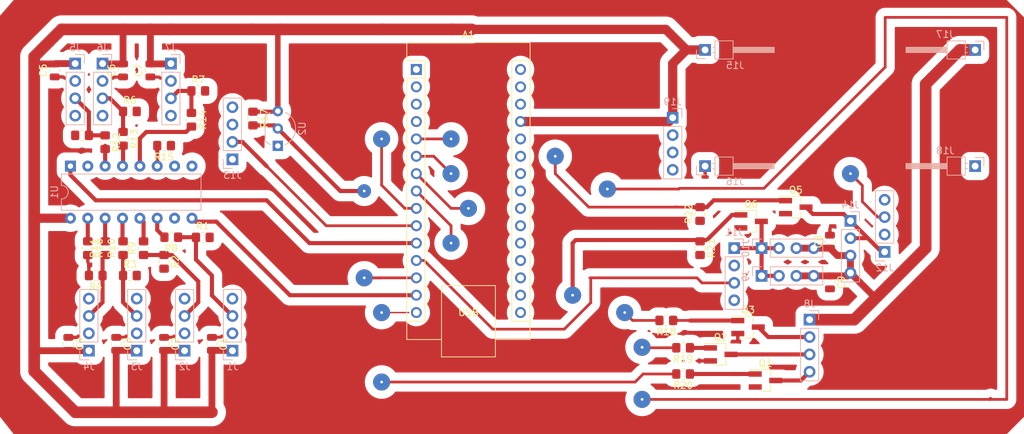
<source format=kicad_pcb>
(kicad_pcb (version 20221018) (generator pcbnew)
  (layers (0 "F.Cu" signal) (31 "B.Cu" signal) (34 "B.Paste" user) (35 "F.Paste" user) (36 "B.SilkS" user "B.Silkscreen") (37 "F.SilkS" user "F.Silkscreen") (38 "B.Mask" user) (39 "F.Mask" user) (44 "Edge.Cuts" user))
  (net 0 "")
  (net 1 "+5V")
  (net 2 "/Sens1")
  (net 3 "GND")
  (net 5 "/Sens2")
  (net 7 "/Sens3")
  (net 9 "/Sens4")
  (net 11 "/Sens5")
  (net 13 "/Sens6")
  (net 15 "/Sens7")
  (net 17 "+12V")
  (net 18 "/LED_G")
  (net 19 "/LED_R")
  (net 20 "/LED_B")
  (net 21 "M1")
  (net 22 "But_on")
  (net 23 "Solenoid_sliv")
  (net 24 "But_rev")
  (net 26 "Stop")
  (net 28 "Net-(Q1-G)")
  (net 29 "Net-(Q2-G)")
  (net 30 "Net-(Q3-G)")
  (net 31 "Net-(U1-D0)")
  (net 32 "Net-(U1-D1)")
  (net 33 "Net-(U1-D2)")
  (net 34 "Net-(U1-D3)")
  (net 35 "Net-(U1-D4)")
  (net 36 "Net-(U1-D5)")
  (net 37 "Net-(U1-D6)")
  (net 38 "Net-(U1-D7)")
  (net 39 "Net-(U1-~{CE})")
  (net 40 "DS18_PIN")
  (net 41 "LED_G_EN")
  (net 42 "LED_R_EN")
  (net 43 "LED_B_EN")
  (net 44 "Motor")
  (net 45 "Sliv")
  (net 46 "Latch")
  (net 47 "CLK")
  (net 49 "MISO")
  (net 51 "Net-(J19-Pin_2)")
  (net 52 "Net-(J19-Pin_3)")
  (net 56 "SCK")
  (footprint "Capacitor_SMD:C_0805_2012Metric" (layer "F.Cu") (at 52 63 -90)
    (fp_text reference "C2")
    (fp_text value "1мкФх25В")
  )
  (footprint "Resistor_SMD:R_0805_2012Metric_Pad1.20x1.40mm_HandSolder" (layer "F.Cu") (at 46 33 -90)
    (fp_text reference "R13")
    (fp_text value "1k")
  )
  (footprint "Resistor_SMD:R_0805_2012Metric_Pad1.20x1.40mm_HandSolder" (layer "F.Cu") (at 40.841608 49 -90)
    (fp_text reference "R16")
    (fp_text value "1k")
  )
  (footprint "Resistor_SMD:R_0805_2012Metric_Pad1.20x1.40mm_HandSolder" (layer "F.Cu") (at 125.46 59.570219 180)
    (fp_text reference "R18")
    (fp_text value "910")
  )
  (footprint "Package_TO_SOT_SMD:SOT-23_Handsoldering" (layer "F.Cu") (at 137.42 60.54)
    (fp_text reference "Q3")
    (fp_text value "IRLML2502")
  )
  (footprint "Capacitor_SMD:C_0805_2012Metric" (layer "F.Cu") (at 46 23 90)
    (fp_text reference "C6")
    (fp_text value "1мкФх25В")
  )
  (footprint "Resistor_SMD:R_0805_2012Metric_Pad1.20x1.40mm_HandSolder" (layer "F.Cu") (at 47 29)
    (fp_text reference "R6")
    (fp_text value "10k")
  )
  (footprint "Package_TO_SOT_SMD:SOT-23_Handsoldering" (layer "F.Cu") (at 137.867527 45.08536)
    (fp_text reference "Q6")
    (fp_text value "IRLML2502")
  )
  (footprint "Capacitor_SMD:C_0805_2012Metric" (layer "F.Cu") (at 50 23 90)
    (fp_text reference "C7")
    (fp_text value "1мкФх25В")
  )
  (footprint "Resistor_SMD:R_0805_2012Metric_Pad1.20x1.40mm_HandSolder" (layer "F.Cu") (at 53.049621 47.396971 180)
    (fp_text reference "R8")
    (fp_text value "1k")
  )
  (footprint "Module:Arduino_Nano" (layer "F.Cu") (at 88.9 22.86)
    (fp_text reference "A1")
    (fp_text value "Arduino_Nano_v3.x")
  )
  (footprint "Resistor_SMD:R_0805_2012Metric_Pad1.20x1.40mm_HandSolder" (layer "F.Cu") (at 46 49 90)
    (fp_text reference "R10")
    (fp_text value "1k")
  )
  (footprint "Resistor_SMD:R_0805_2012Metric_Pad1.20x1.40mm_HandSolder" (layer "F.Cu") (at 43.377631 33.5 -90)
    (fp_text reference "R12")
    (fp_text value "1k")
  )
  (footprint "Capacitor_SMD:C_0805_2012Metric" (layer "F.Cu") (at 149.4 48.05 90)
    (fp_text reference "C8")
    (fp_text value "1мкФх25В")
  )
  (footprint "Resistor_SMD:R_0805_2012Metric_Pad1.20x1.40mm_HandSolder" (layer "F.Cu") (at 127.92 63.570219 180)
    (fp_text reference "R19")
    (fp_text value "910")
  )
  (footprint "Resistor_SMD:R_0805_2012Metric_Pad1.20x1.40mm_HandSolder" (layer "F.Cu") (at 56 30.22 -90)
    (fp_text reference "R14")
    (fp_text value "1k")
  )
  (footprint "Resistor_SMD:R_0805_2012Metric_Pad1.20x1.40mm_HandSolder" (layer "F.Cu") (at 47 53)
    (fp_text reference "R3")
    (fp_text value "10k")
  )
  (footprint "Capacitor_SMD:C_0805_2012Metric" (layer "F.Cu") (at 59 63 -90)
    (fp_text reference "C1")
    (fp_text value "1мкФх25В")
  )
  (footprint "Resistor_SMD:R_0805_2012Metric_Pad1.20x1.40mm_HandSolder" (layer "F.Cu") (at 42 53 180)
    (fp_text reference "R4")
    (fp_text value "10k")
  )
  (footprint "Package_TO_SOT_SMD:SOT-23_Handsoldering" (layer "F.Cu") (at 133.42 64.54)
    (fp_text reference "Q2")
    (fp_text value "IRLML2502")
  )
  (footprint "Resistor_SMD:R_0805_2012Metric_Pad1.20x1.40mm_HandSolder" (layer "F.Cu") (at 43.396971 49 90)
    (fp_text reference "R11")
    (fp_text value "1k")
  )
  (footprint "Resistor_SMD:R_0805_2012Metric_Pad1.20x1.40mm_HandSolder" (layer "F.Cu") (at 40 32.5 180)
    (fp_text reference "R5" hide)
    (fp_text value "10k")
  )
  (footprint "Resistor_SMD:R_0805_2012Metric_Pad1.20x1.40mm_HandSolder" (layer "F.Cu") (at 49 49 90)
    (fp_text reference "R9")
    (fp_text value "1k")
  )
  (footprint "Resistor_SMD:R_0805_2012Metric_Pad1.20x1.40mm_HandSolder" (layer "F.Cu") (at 52 51 -90)
    (fp_text reference "R2")
    (fp_text value "10k")
  )
  (footprint "Capacitor_SMD:C_0805_2012Metric" (layer "F.Cu") (at 149.4 54 -90)
    (fp_text reference "C9")
    (fp_text value "1мкФх25В")
  )
  (footprint "Resistor_SMD:R_0805_2012Metric_Pad1.20x1.40mm_HandSolder" (layer "F.Cu") (at 130.4 44 90)
    (fp_text reference "R22")
    (fp_text value "910")
  )
  (footprint "Resistor_SMD:R_0805_2012Metric_Pad1.20x1.40mm_HandSolder" (layer "F.Cu") (at 57.66442 47.421782)
    (fp_text reference "R1")
    (fp_text value "10k")
  )
  (footprint "Resistor_SMD:R_0805_2012Metric_Pad1.20x1.40mm_HandSolder" (layer "F.Cu") (at 127.92 67.405641 180)
    (fp_text reference "R20")
    (fp_text value "910")
  )
  (footprint "Resistor_SMD:R_0805_2012Metric_Pad1.20x1.40mm_HandSolder" (layer "F.Cu") (at 52 34 180)
    (fp_text reference "R15")
    (fp_text value "10k")
  )
  (footprint "Package_TO_SOT_SMD:SOT-23_Handsoldering" (layer "F.Cu") (at 139.970015 68.355575)
    (fp_text reference "Q1")
    (fp_text value "IRLML2502")
  )
  (footprint "Resistor_SMD:R_0805_2012Metric_Pad1.20x1.40mm_HandSolder" (layer "F.Cu") (at 130.4 49 -90)
    (fp_text reference "R21")
    (fp_text value "910")
  )
  (footprint "Resistor_SMD:R_0805_2012Metric_Pad1.20x1.40mm_HandSolder" (layer "F.Cu") (at 65 30.04 -90)
    (fp_text reference "R17")
    (fp_text value "4.7k")
  )
  (footprint "Capacitor_SMD:C_0805_2012Metric" (layer "F.Cu") (at 36 23 90)
    (fp_text reference "C5")
    (fp_text value "1мкФх25В")
  )
  (footprint "Resistor_SMD:R_0805_2012Metric_Pad1.20x1.40mm_HandSolder" (layer "F.Cu") (at 57 26)
    (fp_text reference "R7")
    (fp_text value "10k")
  )
  (footprint "Capacitor_SMD:C_0805_2012Metric" (layer "F.Cu") (at 45 63 -90)
    (fp_text reference "C3")
    (fp_text value "1мкФх25В")
  )
  (footprint "Package_TO_SOT_SMD:SOT-23_Handsoldering" (layer "F.Cu") (at 144.4 43)
    (fp_text reference "Q5")
    (fp_text value "IRLML2502")
  )
  (footprint "Capacitor_SMD:C_0805_2012Metric" (layer "F.Cu") (at 38 63 -90)
    (fp_text reference "C4")
    (fp_text value "1мкФх25В")
  )
  (footprint "Connector_PinHeader_2.54mm:PinHeader_1x01_P2.54mm_Horizontal" (layer "B.Cu") (at 170.64 37 180)
    (fp_text reference "J18")
    (fp_text value "Gnd")
  )
  (footprint "Connector_PinHeader_2.54mm:PinHeader_1x04_P2.54mm_Vertical" (layer "B.Cu") (at 43 22 180)
    (fp_text reference "J6")
    (fp_text value "Sensor6")
  )
  (footprint "Connector_PinHeader_2.54mm:PinHeader_1x04_P2.54mm_Vertical" (layer "B.Cu") (at 48 64)
    (fp_text reference "J3")
    (fp_text value "Sensor3")
  )
  (footprint "Connector_PinHeader_2.54mm:PinHeader_1x01_P2.54mm_Horizontal" (layer "B.Cu") (at 170.64 20 180)
    (fp_text reference "J17")
    (fp_text value "Conn_in")
  )
  (footprint "Connector_PinHeader_2.54mm:PinHeader_1x04_P2.54mm_Vertical" (layer "B.Cu") (at 152.4 45 180)
    (fp_text reference "J14")
    (fp_text value "Conn_3")
  )
  (footprint "Connector_PinHeader_2.54mm:PinHeader_1x04_P2.54mm_Vertical" (layer "B.Cu") (at 41 64)
    (fp_text reference "J4")
    (fp_text value "Sensor4")
  )
  (footprint "Connector_PinHeader_2.54mm:PinHeader_1x04_P2.54mm_Vertical" (layer "B.Cu") (at 39 22 180)
    (fp_text reference "J5")
    (fp_text value "Sensor5")
  )
  (footprint "Connector_PinHeader_2.54mm:PinHeader_1x04_P2.54mm_Vertical" (layer "B.Cu") (at 62 64)
    (fp_text reference "J1")
    (fp_text value "Sensor1")
  )
  (footprint "Connector_PinHeader_2.54mm:PinHeader_1x04_P2.54mm_Vertical" (layer "B.Cu") (at 55 64)
    (fp_text reference "J2")
    (fp_text value "Sensor2")
  )
  (footprint "Package_DIP:DIP-16_W7.62mm" (layer "B.Cu") (at 38.3 37 -90)
    (fp_text reference "U1")
    (fp_text value "74HC165")
  )
  (footprint "Connector_PinHeader_2.54mm:PinHeader_1x04_P2.54mm_Vertical" (layer "B.Cu") (at 62 36)
    (fp_text reference "J13")
    (fp_text value "Button3")
  )
  (footprint "Connector_PinHeader_2.54mm:PinHeader_1x04_P2.54mm_Vertical" (layer "B.Cu") (at 139.4 53.05 -90)
    (fp_text reference "J9")
    (fp_text value "Conn_1")
  )
  (footprint "Connector_PinHeader_2.54mm:PinHeader_1x04_P2.54mm_Vertical" (layer "B.Cu") (at 146.42 59.46 180)
    (fp_text reference "J8")
    (fp_text value "LED_Connector")
  )
  (footprint "Connector_PinHeader_2.54mm:PinHeader_1x04_P2.54mm_Vertical" (layer "B.Cu") (at 53 22 180)
    (fp_text reference "J7")
    (fp_text value "Sensor7")
  )
  (footprint "Package_TO_SOT_THT:TO-92_Inline_Wide" (layer "B.Cu") (at 68.64 34.04 90)
    (fp_text reference "U2")
    (fp_text value "DS18B20")
  )
  (footprint "Connector_PinHeader_2.54mm:PinHeader_1x04_P2.54mm_Vertical" (layer "B.Cu") (at 135.4 49 180)
    (fp_text reference "J11")
    (fp_text value "Button_1")
  )
  (footprint "Connector_PinHeader_2.54mm:PinHeader_1x04_P2.54mm_Vertical" (layer "B.Cu") (at 139.4 49 -90)
    (fp_text reference "J10")
    (fp_text value "Conn_2")
  )
  (footprint "Connector_PinHeader_2.54mm:PinHeader_1x01_P2.54mm_Horizontal" (layer "B.Cu") (at 131.14 20)
    (fp_text reference "J15")
    (fp_text value "Conn_out")
  )
  (footprint "Connector_PinHeader_2.54mm:PinHeader_1x01_P2.54mm_Horizontal" (layer "B.Cu") (at 131.14 37)
    (fp_text reference "J16")
    (fp_text value "Gnd")
  )
  (footprint "Connector_PinHeader_2.54mm:PinHeader_1x04_P2.54mm_Vertical" (layer "B.Cu") (at 126.4 29.92 180)
    (fp_text reference "J19")
    (fp_text value "USART")
  )
  (footprint "Connector_PinHeader_2.54mm:PinHeader_1x04_P2.54mm_Vertical" (layer "B.Cu") (at 157.4 49.54)
    (fp_text reference "J12")
    (fp_text value "Button_2")
  )
  (segment (start 104.14 30.48) (end 125.84 30.48) (width 1.35) (layer "F.Cu") (net 1))
  (segment (start 93.98 17) (end 84 17) (width 1.7) (layer "F.Cu") (net 1))
  (segment (start 50 17) (end 46 17) (width 1.7) (layer "F.Cu") (net 1))
  (segment (start 46 17) (end 46 22.05) (width 1) (layer "F.Cu") (net 1))
  (segment (start 39 22) (end 36.05 22) (width 1) (layer "F.Cu") (net 1))
  (segment (start 33 21) (end 37 17) (width 1.7) (layer "F.Cu") (net 1))
  (segment (start 41 64) (end 33 64) (width 1) (layer "F.Cu") (net 1))
  (segment (start 128.4 20) (end 126.4 22) (width 1.35) (layer "F.Cu") (net 1))
  (segment (start 48 73) (end 52 73) (width 1.7) (layer "F.Cu") (net 1))
  (segment (start 69 17) (end 65 17) (width 1.7) (layer "F.Cu") (net 1))
  (segment (start 125.4 17) (end 128.4 20) (width 1.35) (layer "F.Cu") (net 1))
  (segment (start 97 17) (end 93.98 17) (width 1.7) (layer "F.Cu") (net 1))
  (segment (start 33 64) (end 33 67) (width 1.7) (layer "F.Cu") (net 1))
  (segment (start 33 45) (end 33 64) (width 1.7) (layer "F.Cu") (net 1))
  (segment (start 59 73) (end 59 63.95) (width 1) (layer "F.Cu") (net 1))
  (segment (start 125.4 17) (end 93.98 17) (width 1.35) (layer "F.Cu") (net 1))
  (segment (start 128.4 20) (end 131.14 20) (width 1.35) (layer "F.Cu") (net 1))
  (segment (start 45 73) (end 48 73) (width 1.7) (layer "F.Cu") (net 1))
  (segment (start 59 63.95) (end 61.95 63.95) (width 1) (layer "F.Cu") (net 1))
  (segment (start 38.3 44.62) (end 33.38 44.62) (width 1.35) (layer "F.Cu") (net 1))
  (segment (start 68.56 29.04) (end 68.64 28.96) (width 0.6) (layer "F.Cu") (net 1))
  (segment (start 52 63.95) (end 54.95 63.95) (width 1) (layer "F.Cu") (net 1))
  (segment (start 68.64 17.36) (end 69 17) (width 0.6) (layer "F.Cu") (net 1))
  (segment (start 46 22.05) (end 43.05 22.05) (width 1) (layer "F.Cu") (net 1))
  (segment (start 33 22) (end 33 21) (width 1.7) (layer "F.Cu") (net 1))
  (segment (start 37 17) (end 46 17) (width 1.7) (layer "F.Cu") (net 1))
  (segment (start 39 73) (end 45 73) (width 1.7) (layer "F.Cu") (net 1))
  (segment (start 65 17) (end 53 17) (width 1.7) (layer "F.Cu") (net 1))
  (segment (start 45 73) (end 45 63.95) (width 1) (layer "F.Cu") (net 1))
  (segment (start 50 22.05) (end 52.95 22.05) (width 1) (layer "F.Cu") (net 1))
  (segment (start 50 17) (end 50 22.05) (width 1) (layer "F.Cu") (net 1))
  (segment (start 84 17) (end 69 17) (width 1.7) (layer "F.Cu") (net 1))
  (segment (start 126.4 22) (end 126.4 29.92) (width 1.35) (layer "F.Cu") (net 1))
  (segment (start 33 22) (end 33.05 22.05) (width 1) (layer "F.Cu") (net 1))
  (segment (start 33 22) (end 33 45) (width 1.7) (layer "F.Cu") (net 1))
  (segment (start 68.64 27.94) (end 68.64 17.36) (width 0.8) (layer "F.Cu") (net 1))
  (segment (start 35.56 69.56) (end 33 67) (width 1.35) (layer "F.Cu") (net 1))
  (segment (start 33.05 22.05) (end 36 22.05) (width 1) (layer "F.Cu") (net 1))
  (segment (start 125.84 30.48) (end 126.4 29.92) (width 1.35) (layer "F.Cu") (net 1))
  (segment (start 52 73) (end 52 63.95) (width 1) (layer "F.Cu") (net 1))
  (segment (start 65 29.04) (end 68.56 29.04) (width 0.6) (layer "F.Cu") (net 1))
  (segment (start 53 17) (end 50 17) (width 1.7) (layer "F.Cu") (net 1))
  (segment (start 52 73) (end 59 73) (width 1.7) (layer "F.Cu") (net 1))
  (segment (start 45 63.95) (end 47.95 63.95) (width 1) (layer "F.Cu") (net 1))
  (segment (start 68.64 28.96) (end 68.64 27.94) (width 0.8) (layer "F.Cu") (net 1))
  (segment (start 33 67) (end 39 73) (width 1.7) (layer "F.Cu") (net 1))
  (segment (start 33.38 44.62) (end 33 45) (width 1.35) (layer "F.Cu") (net 1))
  (segment (start 56.639609 47.396971) (end 56.66442 47.421782) (width 0.6) (layer "F.Cu") (net 2))
  (segment (start 54.049621 47.396971) (end 56.639609 47.396971) (width 0.6) (layer "F.Cu") (net 2))
  (segment (start 56.66442 50.66442) (end 59 53) (width 0.6) (layer "F.Cu") (net 2))
  (segment (start 59 55.92) (end 62 58.92) (width 0.6) (layer "F.Cu") (net 2))
  (segment (start 59 53) (end 59 55.92) (width 0.6) (layer "F.Cu") (net 2))
  (segment (start 56.66442 47.421782) (end 56.66442 50.66442) (width 0.6) (layer "F.Cu") (net 2))
  (segment (start 40.841608 52.841608) (end 41 53) (width 0.6) (layer "F.Cu") (net 3))
  (segment (start 56.08 37) (end 56 37) (width 0.6) (layer "F.Cu") (net 3))
  (segment (start 58 26) (end 58 25.715076) (width 0.6) (layer "F.Cu") (net 3))
  (segment (start 57 53.857538) (end 57 56.92) (width 0.6) (layer "F.Cu") (net 5))
  (segment (start 57 56.92) (end 55 58.92) (width 0.6) (layer "F.Cu") (net 5))
  (segment (start 49 50) (end 52 50) (width 0.6) (layer "F.Cu") (net 5))
  (segment (start 53.142462 50) (end 57 53.857538) (width 0.6) (layer "F.Cu") (net 5))
  (segment (start 52 50) (end 53.142462 50) (width 0.6) (layer "F.Cu") (net 5))
  (segment (start 46 53) (end 46 50) (width 0.6) (layer "F.Cu") (net 7))
  (segment (start 46 49.78) (end 46 50) (width 0.6) (layer "F.Cu") (net 7))
  (segment (start 46 53) (end 46 56.92) (width 0.6) (layer "F.Cu") (net 7))
  (segment (start 46 56.92) (end 48 58.92) (width 0.6) (layer "F.Cu") (net 7))
  (segment (start 46 50) (end 45.92 49.92) (width 0.6) (layer "F.Cu") (net 7))
  (segment (start 43 56.92) (end 41 58.92) (width 0.6) (layer "F.Cu") (net 9))
  (segment (start 43 50.396971) (end 43.396971 50) (width 0.6) (layer "F.Cu") (net 9))
  (segment (start 43 53) (end 43 56.92) (width 0.6) (layer "F.Cu") (net 9))
  (segment (start 43 53) (end 43 50.396971) (width 0.6) (layer "F.Cu") (net 9))
  (segment (start 41 32.5) (end 41 29.08) (width 0.6) (layer "F.Cu") (net 11))
  (segment (start 41 29.08) (end 39 27.08) (width 0.6) (layer "F.Cu") (net 11))
  (segment (start 43.377631 32.5) (end 41 32.5) (width 0.6) (layer "F.Cu") (net 11))
  (segment (start 44.08 27.08) (end 43 27.08) (width 0.6) (layer "F.Cu") (net 13))
  (segment (start 46 29) (end 44.08 27.08) (width 0.6) (layer "F.Cu") (net 13))
  (segment (start 46 32) (end 46 29) (width 0.6) (layer "F.Cu") (net 13))
  (segment (start 56 26) (end 54.08 26) (width 0.6) (layer "F.Cu") (net 15))
  (segment (start 54.08 26) (end 53 27.08) (width 0.6) (layer "F.Cu") (net 15))
  (segment (start 56 26.22) (end 56 29.22) (width 0.6) (layer "F.Cu") (net 15))
  (segment (start 152.4 52.62) (end 152.4 50.08) (width 1) (layer "F.Cu") (net 17))
  (segment (start 151.97 53.05) (end 152.4 52.62) (width 1) (layer "F.Cu") (net 17))
  (segment (start 149.4 53.05) (end 151.97 53.05) (width 1) (layer "F.Cu") (net 17))
  (segment (start 148 49) (end 149.4 49) (width 1) (layer "F.Cu") (net 17))
  (segment (start 149.4 49) (end 150.48 50.08) (width 1) (layer "F.Cu") (net 17))
  (segment (start 149.4 53.05) (end 144.48 53.05) (width 1) (layer "F.Cu") (net 17))
  (segment (start 150.48 50.08) (end 152.4 50.08) (width 1) (layer "F.Cu") (net 17))
  (segment (start 163.4 25) (end 163.4 49) (width 1.7) (layer "F.Cu") (net 17))
  (segment (start 170.64 20) (end 168.4 20) (width 1.7) (layer "F.Cu") (net 17))
  (segment (start 156.4 56) (end 152.94 59.46) (width 1.7) (layer "F.Cu") (net 17))
  (segment (start 152.4 52.62) (end 155.78 56) (width 1) (layer "F.Cu") (net 17))
  (segment (start 152.94 59.46) (end 146.42 59.46) (width 1.7) (layer "F.Cu") (net 17))
  (segment (start 168.4 20) (end 163.4 25) (width 1.7) (layer "F.Cu") (net 17))
  (segment (start 163.4 49) (end 156.4 56) (width 1.7) (layer "F.Cu") (net 17))
  (segment (start 144.48 49) (end 147.95 49) (width 1) (layer "F.Cu") (net 17))
  (segment (start 155.78 56) (end 156.4 56) (width 1) (layer "F.Cu") (net 17))
  (segment (start 146.42 62) (end 140.38 62) (width 0.6) (layer "F.Cu") (net 18))
  (segment (start 140.38 62) (end 138.92 60.54) (width 0.6) (layer "F.Cu") (net 18))
  (segment (start 146.42 64.54) (end 134.92 64.54) (width 0.6) (layer "F.Cu") (net 19))
  (segment (start 141.470015 68.355575) (end 145.144425 68.355575) (width 0.6) (layer "F.Cu") (net 20))
  (segment (start 146.42 67.070219) (end 146.42 67.08) (width 0.4) (layer "F.Cu") (net 20))
  (segment (start 145.144425 68.355575) (end 146.42 67.08) (width 0.6) (layer "F.Cu") (net 20))
  (segment (start 139.4 49) (end 134.9 49) (width 0.6) (layer "F.Cu") (net 21))
  (segment (start 141.4 49) (end 139.4 49) (width 0.6) (layer "F.Cu") (net 21))
  (segment (start 139.4 53.05) (end 141.4 53.05) (width 0.6) (layer "F.Cu") (net 21))
  (segment (start 139.4 49) (end 139.4 53.05) (width 0.6) (layer "F.Cu") (net 21))
  (segment (start 139.4 45) (end 139.4 49) (width 0.6) (layer "F.Cu") (net 21))
  (segment (start 114.41 56.977666) (end 114.41 53.45) (width 0.4) (layer "F.Cu") (net 22))
  (segment (start 114.41 53.45) (end 114.3 53.34) (width 0.4) (layer "F.Cu") (net 22))
  (segment (start 130.684053 54.08) (end 135.4 54.08) (width 0.4) (layer "F.Cu") (net 22))
  (segment (start 88.9 50.8) (end 90.03137 50.8) (width 0.4) (layer "F.Cu") (net 22))
  (segment (start 100.08137 60.85) (end 110.537666 60.85) (width 0.4) (layer "F.Cu") (net 22))
  (segment (start 129.944053 53.34) (end 130.684053 54.08) (width 0.4) (layer "F.Cu") (net 22))
  (segment (start 110.537666 60.85) (end 114.41 56.977666) (width 0.4) (layer "F.Cu") (net 22))
  (segment (start 90.03137 50.8) (end 100.08137 60.85) (width 0.4) (layer "F.Cu") (net 22))
  (segment (start 114.3 53.34) (end 129.944053 53.34) (width 0.4) (layer "F.Cu") (net 22))
  (segment (start 135.09 54.39) (end 135.4 54.08) (width 0.6) (layer "F.Cu") (net 22))
  (segment (start 152.4 47.54) (end 154.94 47.54) (width 0.6) (layer "F.Cu") (net 23))
  (segment (start 154.94 47.54) (end 155.4 48) (width 0.4) (layer "F.Cu") (net 23))
  (segment (start 152.4 45) (end 155.4 48) (width 0.6) (layer "F.Cu") (net 23))
  (segment (start 145.9 43) (end 146.9 44) (width 0.6) (layer "F.Cu") (net 23))
  (segment (start 155.4 48) (end 156.94 49.54) (width 0.6) (layer "F.Cu") (net 23))
  (segment (start 156.94 49.54) (end 157.4 49.54) (width 0.6) (layer "F.Cu") (net 23))
  (segment (start 146.9 44) (end 151.4 44) (width 0.6) (layer "F.Cu") (net 23))
  (segment (start 151.4 44) (end 152.4 45) (width 0.6) (layer "F.Cu") (net 23))
  (segment (start 154.1399 42.2) (end 154.1399 39.8399) (width 0.4) (layer "F.Cu") (net 24))
  (segment (start 156.86 44.46) (end 157.4 44.46) (width 0.6) (layer "F.Cu") (net 24))
  (segment (start 88.9 38.1) (end 93.98 43.18) (width 0.4) (layer "F.Cu") (net 24))
  (segment (start 154.1399 42.2) (end 156.3999 44.46) (width 0.4) (layer "F.Cu") (net 24))
  (segment (start 93.98 43.18) (end 96.52 43.18) (width 0.4) (layer "F.Cu") (net 24))
  (segment (start 156.3999 44.46) (end 157.4 44.46) (width 0.4) (layer "F.Cu") (net 24))
  (segment (start 154.1399 39.8399) (end 152.4 38.1) (width 0.4) (layer "F.Cu") (net 24))
  (via (at 96.52 43.18) (size 2.5) (drill 0.4) (layers "F.Cu" "B.Cu") (net 24))
  (via (at 152.4 38.1) (size 2.5) (drill 0.4) (layers "F.Cu" "B.Cu") (net 24))
  (segment (start 88.9 45.72) (end 75.72 45.72) (width 0.4) (layer "F.Cu") (net 26))
  (segment (start 63.46 33.46) (end 65.8 35.8) (width 0.6) (layer "F.Cu") (net 26))
  (segment (start 62 33.46) (end 63.46 33.46) (width 0.6) (layer "F.Cu") (net 26))
  (segment (start 75.72 45.72) (end 65.8 35.8) (width 0.4) (layer "F.Cu") (net 26))
  (segment (start 65.8 35.8) (end 67 37) (width 0.6) (layer "F.Cu") (net 26))
  (segment (start 135.42 67.405641) (end 135.759779 67.405641) (width 0.6) (layer "F.Cu") (net 28))
  (segment (start 135.420066 67.405575) (end 138.470015 67.405575) (width 0.6) (layer "F.Cu") (net 28))
  (segment (start 135.42 67.405641) (end 135.420066 67.405575) (width 0.6) (layer "F.Cu") (net 28))
  (segment (start 128.850622 67.405641) (end 135.42 67.405641) (width 0.6) (layer "F.Cu") (net 28))
  (segment (start 131.92 63.59) (end 128.939781 63.59) (width 0.6) (layer "F.Cu") (net 29))
  (segment (start 128.939781 63.59) (end 128.92 63.570219) (width 0.6) (layer "F.Cu") (net 29))
  (segment (start 128.92 59.570219) (end 128.939781 59.59) (width 0.4) (layer "F.Cu") (net 30))
  (segment (start 126.46 59.570219) (end 128.92 59.570219) (width 0.4) (layer "F.Cu") (net 30))
  (segment (start 135.92 59.59) (end 128.939781 59.59) (width 0.6) (layer "F.Cu") (net 30))
  (segment (start 126.92 59.570219) (end 126.92 59.52) (width 0.6) (layer "F.Cu") (net 30))
  (segment (start 51 44.62) (end 51 46.34735) (width 0.6) (layer "F.Cu") (net 31))
  (segment (start 51 46.34735) (end 52.049621 47.396971) (width 0.6) (layer "F.Cu") (net 31))
  (segment (start 49 45.16) (end 48.46 44.62) (width 0.6) (layer "F.Cu") (net 32))
  (segment (start 49 48) (end 49 45.16) (width 0.6) (layer "F.Cu") (net 32))
  (segment (start 45.92 44.62) (end 45.92 47.92) (width 0.6) (layer "F.Cu") (net 33))
  (segment (start 45.92 47.92) (end 46 48) (width 0.6) (layer "F.Cu") (net 33))
  (segment (start 43.38 44.62) (end 43.38 47.983029) (width 0.6) (layer "F.Cu") (net 34))
  (segment (start 43.38 47.983029) (end 43.396971 48) (width 0.6) (layer "F.Cu") (net 34))
  (segment (start 43.38 34.04022) (end 43.377631 34.037851) (width 0.6) (layer "F.Cu") (net 35))
  (segment (start 43.38 37) (end 43.38 34.04022) (width 0.6) (layer "F.Cu") (net 35))
  (segment (start 46 36.92) (end 45.92 37) (width 0.6) (layer "F.Cu") (net 36))
  (segment (start 46 34) (end 46 36.92) (width 0.6) (layer "F.Cu") (net 36))
  (segment (start 45.92 34.08) (end 46 34) (width 0.6) (layer "F.Cu") (net 36))
  (segment (start 55.22 32) (end 49.4 32) (width 0.6) (layer "F.Cu") (net 37))
  (segment (start 48.46 32.94) (end 48.46 37) (width 0.6) (layer "F.Cu") (net 37))
  (segment (start 49.4 32) (end 48.46 32.94) (width 0.6) (layer "F.Cu") (net 37))
  (segment (start 56 31.22) (end 55.22 32) (width 0.6) (layer "F.Cu") (net 37))
  (segment (start 51 37) (end 51 34) (width 0.6) (layer "F.Cu") (net 38))
  (segment (start 40.84 44.62) (end 40.84 47.998392) (width 0.6) (layer "F.Cu") (net 39))
  (segment (start 40.84 47.998392) (end 40.841608 48) (width 0.6) (layer "F.Cu") (net 39))
  (segment (start 40.841608 44.621608) (end 40.84 44.62) (width 0.6) (layer "F.Cu") (net 39))
  (segment (start 81.28 53.34) (end 83.82 53.34) (width 0.4) (layer "F.Cu") (net 40))
  (segment (start 68.67 31.53) (end 68.64 31.5) (width 0.6) (layer "F.Cu") (net 40))
  (segment (start 77.78 40.64) (end 81.28 40.64) (width 0.6) (layer "F.Cu") (net 40))
  (segment (start 68.18 31.04) (end 68.64 31.5) (width 0.6) (layer "F.Cu") (net 40))
  (segment (start 65 31.04) (end 68.18 31.04) (width 0.6) (layer "F.Cu") (net 40))
  (segment (start 88.9 53.34) (end 81.28 53.34) (width 0.4) (layer "F.Cu") (net 40))
  (segment (start 68.64 31.5) (end 77.78 40.64) (width 0.6) (layer "F.Cu") (net 40))
  (via (at 81.28 40.64) (size 2) (drill 0.4) (layers "F.Cu" "B.Cu") (net 40))
  (via (at 81.28 53.34) (size 2.5) (drill 0.4) (layers "F.Cu" "B.Cu") (net 40))
  (segment (start 124.46 59.570219) (end 120.530219 59.570219) (width 0.4) (layer "F.Cu") (net 41))
  (segment (start 88.9 40.64) (end 93.98 45.72) (width 0.4) (layer "F.Cu") (net 41))
  (segment (start 120.530219 59.570219) (end 119.38 58.42) (width 0.4) (layer "F.Cu") (net 41))
  (segment (start 93.98 45.72) (end 93.98 48.26) (width 0.4) (layer "F.Cu") (net 41))
  (via (at 119.38 58.42) (size 2.5) (drill 0.4) (layers "F.Cu" "B.Cu") (net 41))
  (via (at 93.98 48.26) (size 2.5) (drill 0.4) (layers "F.Cu" "B.Cu") (net 41))
  (segment (start 121.990219 63.570219) (end 126.92 63.570219) (width 0.4) (layer "F.Cu") (net 42))
  (segment (start 175.26 15.24) (end 175.26 71.12) (width 0.4) (layer "F.Cu") (net 42))
  (segment (start 139.75 40.25) (end 157.48 22.52) (width 0.4) (layer "F.Cu") (net 42))
  (segment (start 127.39 40.25) (end 127.29 40.35) (width 0.4) (layer "F.Cu") (net 42))
  (segment (start 93.98 38.1) (end 91.44 35.56) (width 0.4) (layer "F.Cu") (net 42))
  (segment (start 127.29 40.35) (end 116.84 40.35) (width 0.4) (layer "F.Cu") (net 42))
  (segment (start 175.26 71.12) (end 172.72 71.12) (width 0.4) (layer "F.Cu") (net 42))
  (segment (start 121.92 71.12) (end 172.72 71.12) (width 0.4) (layer "F.Cu") (net 42))
  (segment (start 91.44 35.56) (end 88.9 35.56) (width 0.4) (layer "F.Cu") (net 42))
  (segment (start 127.39 40.25) (end 139.75 40.25) (width 0.4) (layer "F.Cu") (net 42))
  (segment (start 157.48 22.52) (end 157.48 15.24) (width 0.4) (layer "F.Cu") (net 42))
  (segment (start 157.48 15.24) (end 175.26 15.24) (width 0.4) (layer "F.Cu") (net 42))
  (segment (start 172.72 71.12) (end 172.89 70.95) (width 0.4) (layer "F.Cu") (net 42))
  (segment (start 121.92 63.5) (end 121.990219 63.570219) (width 0.4) (layer "F.Cu") (net 42))
  (via (at 121.92 63.5) (size 2.5) (drill 0.4) (layers "F.Cu" "B.Cu") (net 42))
  (via (at 93.98 38.1) (size 2.5) (drill 0.4) (layers "F.Cu" "B.Cu") (net 42))
  (via (at 116.84 40.35) (size 2.5) (drill 0.4) (layers "F.Cu" "B.Cu") (net 42))
  (via (at 121.92 71.12) (size 2.5) (drill 0.4) (layers "F.Cu" "B.Cu") (net 42))
  (segment (start 120.903616 68.58) (end 83.82 68.58) (width 0.4) (layer "F.Cu") (net 43))
  (segment (start 122.077975 67.405641) (end 120.903616 68.58) (width 0.4) (layer "F.Cu") (net 43))
  (segment (start 87.214113 43.18) (end 83.82 39.785887) (width 0.4) (layer "F.Cu") (net 43))
  (segment (start 88.9 43.18) (end 87.214113 43.18) (width 0.4) (layer "F.Cu") (net 43))
  (segment (start 126.92 67.405641) (end 122.077975 67.405641) (width 0.4) (layer "F.Cu") (net 43))
  (segment (start 88.9 43.18) (end 88.32873 43.18) (width 0.4) (layer "F.Cu") (net 43))
  (segment (start 83.82 39.785887) (end 83.82 33.02) (width 0.4) (layer "F.Cu") (net 43))
  (via (at 83.82 68.58) (size 2.5) (drill 0.4) (layers "F.Cu" "B.Cu") (net 43))
  (via (at 83.82 33.02) (size 2.5) (drill 0.4) (layers "F.Cu" "B.Cu") (net 43))
  (segment (start 131.399167 47.814911) (end 135.078718 44.13536) (width 0.6) (layer "F.Cu") (net 44))
  (segment (start 111.76 48.26) (end 112.205089 47.814911) (width 0.6) (layer "F.Cu") (net 44))
  (segment (start 83.82 58.42) (end 87.8 58.42) (width 0.2) (layer "F.Cu") (net 44))
  (segment (start 112.205089 47.814911) (end 131.399167 47.814911) (width 0.6) (layer "F.Cu") (net 44))
  (segment (start 135.078718 44.13536) (end 136.367527 44.13536) (width 0.6) (layer "F.Cu") (net 44))
  (segment (start 111.76 55.88) (end 111.76 48.26) (width 0.6) (layer "F.Cu") (net 44))
  (via (at 111.76 55.88) (size 2.5) (drill 0.4) (layers "F.Cu" "B.Cu") (net 44))
  (via (at 83.82 58.42) (size 2.5) (drill 0.4) (layers "F.Cu" "B.Cu") (net 44))
  (segment (start 132.4 42) (end 131.4 43) (width 0.6) (layer "F.Cu") (net 45))
  (segment (start 126.673834 43) (end 127 43) (width 0.4) (layer "F.Cu") (net 45))
  (segment (start 109.22 35.56) (end 109.22 38.1) (width 0.4) (layer "F.Cu") (net 45))
  (segment (start 109.22 38.1) (end 114.12 43) (width 0.4) (layer "F.Cu") (net 45))
  (segment (start 130.4 43) (end 131.4 43) (width 0.6) (layer "F.Cu") (net 45))
  (segment (start 114.12 43) (end 127 43) (width 0.4) (layer "F.Cu") (net 45))
  (segment (start 129.4 43) (end 130.4 43) (width 0.6) (layer "F.Cu") (net 45))
  (segment (start 127 43) (end 130.4 43) (width 0.4) (layer "F.Cu") (net 45))
  (segment (start 142.9 42.05) (end 142.85 42) (width 0.6) (layer "F.Cu") (net 45))
  (segment (start 142.85 42) (end 132.4 42) (width 0.6) (layer "F.Cu") (net 45))
  (segment (start 93.98 33.02) (end 88.9 33.02) (width 0.4) (layer "F.Cu") (net 45))
  (via (at 109.22 35.56) (size 2.5) (drill 0.4) (layers "F.Cu" "B.Cu") (net 45))
  (via (at 93.98 33.02) (size 2.5) (drill 0.4) (layers "F.Cu" "B.Cu") (net 45))
  (segment (start 42 42) (end 38.3 38.3) (width 0.6) (layer "F.Cu") (net 46))
  (segment (start 67 42) (end 42 42) (width 0.6) (layer "F.Cu") (net 46))
  (segment (start 73.26 48.26) (end 88.9 48.26) (width 0.6) (layer "F.Cu") (net 46))
  (segment (start 67 42) (end 73.26 48.26) (width 0.6) (layer "F.Cu") (net 46))
  (segment (start 38.3 38.3) (end 38.3 37) (width 0.6) (layer "F.Cu") (net 46))
  (segment (start 40.84 37) (end 40.84 37.42) (width 0.6) (layer "F.Cu") (net 47))
  (segment (start 56.58 45.12) (end 59.64444 45.12) (width 0.6) (layer "F.Cu") (net 49))
  (segment (start 70.40444 55.88) (end 88.9 55.88) (width 0.6) (layer "F.Cu") (net 49))
  (segment (start 59.64444 45.12) (end 70.40444 55.88) (width 0.6) (layer "F.Cu") (net 49))
  (zone (net 0) (net_name "") (layer "F.Cu") (priority 1) (connect_pads (clearance 0.38)) (min_thickness 0.25) (fill yes (thermal_gap 0.5) (thermal_bridge_width 0.5) (island_removal_mode 1) (island_area_min 10))
    (polygon (pts (xy 175.26 76.2) (xy 177.8 73.66) (xy 177.8 15.24) (xy 175.26 12.7) (xy 30 12.7) (xy 28 15) (xy 28 73.66) (xy 30 76.2) (xy 175.26 76.2)))
  )
  (zone (net 3) (net_name "GND") (layer "F.Cu") (name "GND") (connect_pads (clearance 0.38)) (min_thickness 0.25) (fill yes (thermal_gap 0.5) (thermal_bridge_width 0.5) (island_removal_mode 1) (island_area_min 10))
    (polygon (pts (xy 28 15) (xy 28 73.66) (xy 30 76.2) (xy 175.26 76.2) (xy 177.8 73.66) (xy 177.8 15.24) (xy 175.26 12.7) (xy 30 12.7)))
  )
)
</source>
